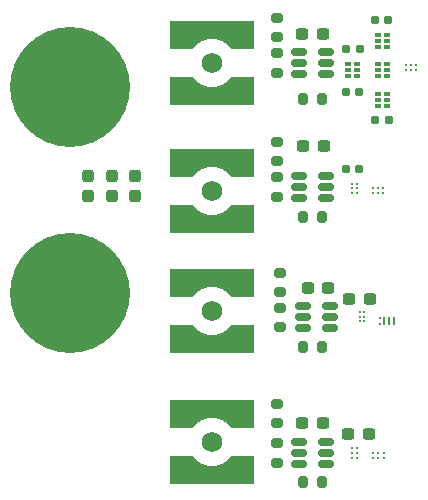
<source format=gbr>
%TF.GenerationSoftware,KiCad,Pcbnew,7.0.7*%
%TF.CreationDate,2024-02-20T11:11:12-08:00*%
%TF.ProjectId,GD_test,47445f74-6573-4742-9e6b-696361645f70,rev?*%
%TF.SameCoordinates,Original*%
%TF.FileFunction,Soldermask,Top*%
%TF.FilePolarity,Negative*%
%FSLAX46Y46*%
G04 Gerber Fmt 4.6, Leading zero omitted, Abs format (unit mm)*
G04 Created by KiCad (PCBNEW 7.0.7) date 2024-02-20 11:11:12*
%MOMM*%
%LPD*%
G01*
G04 APERTURE LIST*
G04 Aperture macros list*
%AMRoundRect*
0 Rectangle with rounded corners*
0 $1 Rounding radius*
0 $2 $3 $4 $5 $6 $7 $8 $9 X,Y pos of 4 corners*
0 Add a 4 corners polygon primitive as box body*
4,1,4,$2,$3,$4,$5,$6,$7,$8,$9,$2,$3,0*
0 Add four circle primitives for the rounded corners*
1,1,$1+$1,$2,$3*
1,1,$1+$1,$4,$5*
1,1,$1+$1,$6,$7*
1,1,$1+$1,$8,$9*
0 Add four rect primitives between the rounded corners*
20,1,$1+$1,$2,$3,$4,$5,0*
20,1,$1+$1,$4,$5,$6,$7,0*
20,1,$1+$1,$6,$7,$8,$9,0*
20,1,$1+$1,$8,$9,$2,$3,0*%
%AMFreePoly0*
4,1,25,-1.500000,1.420000,-1.360000,1.280000,-1.205000,1.155000,-1.035000,1.045000,-0.860000,0.950000,-0.675000,0.875000,-0.480000,0.820000,-0.280000,0.780000,-0.085000,0.765000,0.085000,0.765000,0.280000,0.780000,0.480000,0.820000,0.675000,0.875000,0.860000,0.950000,1.035000,1.045000,1.205000,1.155000,1.360000,1.280000,1.500000,1.420000,1.645000,1.595000,3.555000,1.595000,
3.555000,-0.755000,-3.555000,-0.755000,-3.555000,1.595000,-1.645000,1.595000,-1.500000,1.420000,-1.500000,1.420000,$1*%
G04 Aperture macros list end*
%ADD10R,0.520000X0.300000*%
%ADD11RoundRect,0.155000X0.212500X0.155000X-0.212500X0.155000X-0.212500X-0.155000X0.212500X-0.155000X0*%
%ADD12RoundRect,0.237500X-0.300000X-0.237500X0.300000X-0.237500X0.300000X0.237500X-0.300000X0.237500X0*%
%ADD13RoundRect,0.155000X-0.212500X-0.155000X0.212500X-0.155000X0.212500X0.155000X-0.212500X0.155000X0*%
%ADD14RoundRect,0.237500X-0.237500X0.300000X-0.237500X-0.300000X0.237500X-0.300000X0.237500X0.300000X0*%
%ADD15O,0.180000X0.310000*%
%ADD16O,0.180000X0.817000*%
%ADD17C,0.250000*%
%ADD18RoundRect,0.200000X0.275000X-0.200000X0.275000X0.200000X-0.275000X0.200000X-0.275000X-0.200000X0*%
%ADD19RoundRect,0.200000X0.200000X0.275000X-0.200000X0.275000X-0.200000X-0.275000X0.200000X-0.275000X0*%
%ADD20C,10.160000*%
%ADD21C,1.730000*%
%ADD22FreePoly0,180.000000*%
%ADD23FreePoly0,0.000000*%
%ADD24C,0.230000*%
%ADD25RoundRect,0.200000X-0.275000X0.200000X-0.275000X-0.200000X0.275000X-0.200000X0.275000X0.200000X0*%
%ADD26RoundRect,0.150000X-0.512500X-0.150000X0.512500X-0.150000X0.512500X0.150000X-0.512500X0.150000X0*%
G04 APERTURE END LIST*
D10*
%TO.C,U7*%
X137550000Y-79100000D03*
X137550000Y-79600000D03*
X137550000Y-80100000D03*
X138300000Y-80100000D03*
X138300000Y-79600000D03*
X138300000Y-79100000D03*
%TD*%
D11*
%TO.C,C17*%
X138467500Y-81350000D03*
X137332500Y-81350000D03*
%TD*%
%TO.C,C9*%
X138417500Y-72850000D03*
X137282500Y-72850000D03*
%TD*%
%TO.C,C7*%
X135967500Y-78950000D03*
X134832500Y-78950000D03*
%TD*%
D12*
%TO.C,C16*%
X131137500Y-107000000D03*
X132862500Y-107000000D03*
%TD*%
%TO.C,C15*%
X131637500Y-95500000D03*
X133362500Y-95500000D03*
%TD*%
%TO.C,C14*%
X135037500Y-107900000D03*
X136762500Y-107900000D03*
%TD*%
%TO.C,C12*%
X135137500Y-96500000D03*
X136862500Y-96500000D03*
%TD*%
%TO.C,C10*%
X131137500Y-74000000D03*
X132862500Y-74000000D03*
%TD*%
D11*
%TO.C,C8*%
X136017500Y-75300000D03*
X134882500Y-75300000D03*
%TD*%
D13*
%TO.C,C6*%
X134832500Y-85500000D03*
X135967500Y-85500000D03*
%TD*%
D12*
%TO.C,C4*%
X131225000Y-83500000D03*
X132950000Y-83500000D03*
%TD*%
D14*
%TO.C,C3*%
X112990000Y-86050000D03*
X112990000Y-87775000D03*
%TD*%
%TO.C,C2*%
X115000000Y-86050000D03*
X115000000Y-87775000D03*
%TD*%
%TO.C,C1*%
X117000000Y-86050000D03*
X117000000Y-87775000D03*
%TD*%
D10*
%TO.C,U3*%
X135750000Y-76600000D03*
X135750000Y-77100000D03*
X135750000Y-77600000D03*
X135000000Y-77600000D03*
X135000000Y-77100000D03*
X135000000Y-76600000D03*
%TD*%
%TO.C,U6*%
X137550000Y-76600000D03*
X137550000Y-77100000D03*
X137550000Y-77600000D03*
X138300000Y-77600000D03*
X138300000Y-77100000D03*
X138300000Y-76600000D03*
%TD*%
%TO.C,U5*%
X137550000Y-74100000D03*
X137550000Y-74600000D03*
X137550000Y-75100000D03*
X138300000Y-75100000D03*
X138300000Y-74600000D03*
X138300000Y-74100000D03*
%TD*%
D15*
%TO.C,Q5*%
X137700000Y-98047000D03*
X137700000Y-98554000D03*
D16*
X138100000Y-98300000D03*
X138500000Y-98300000D03*
X138900000Y-98300000D03*
%TD*%
D17*
%TO.C,U9*%
X136000000Y-97550000D03*
X136400000Y-97550000D03*
X136000000Y-97950000D03*
X136400000Y-97950000D03*
X136000000Y-98350000D03*
X136400000Y-98350000D03*
%TD*%
D18*
%TO.C,R3*%
X129000000Y-84825000D03*
X129000000Y-83175000D03*
%TD*%
D19*
%TO.C,R11*%
X132825000Y-112000000D03*
X131175000Y-112000000D03*
%TD*%
D20*
%TO.C,J6*%
X111500000Y-96000000D03*
%TD*%
D21*
%TO.C,J2*%
X123500000Y-97500000D03*
D22*
X123500000Y-94700000D03*
D23*
X123500000Y-100300000D03*
%TD*%
D19*
%TO.C,R2*%
X132825000Y-89500000D03*
X131175000Y-89500000D03*
%TD*%
D24*
%TO.C,Q1*%
X139900000Y-76650000D03*
X139900000Y-77100000D03*
X140350000Y-76650000D03*
X140350000Y-77100000D03*
X140800000Y-76650000D03*
X140800000Y-77100000D03*
%TD*%
D17*
%TO.C,U11*%
X135400000Y-109100000D03*
X135800000Y-109100000D03*
X135400000Y-109500000D03*
X135800000Y-109500000D03*
X135400000Y-109900000D03*
X135800000Y-109900000D03*
%TD*%
D18*
%TO.C,R12*%
X129000000Y-107000000D03*
X129000000Y-105350000D03*
%TD*%
D25*
%TO.C,R7*%
X129300000Y-97225000D03*
X129300000Y-98875000D03*
%TD*%
D26*
%TO.C,U2*%
X130862500Y-86050000D03*
X130862500Y-87000000D03*
X130862500Y-87950000D03*
X133137500Y-87950000D03*
X133137500Y-87000000D03*
X133137500Y-86050000D03*
%TD*%
D20*
%TO.C,J5*%
X111500000Y-78500000D03*
%TD*%
D24*
%TO.C,Q3*%
X137150000Y-109500000D03*
X137150000Y-109950000D03*
X137600000Y-109500000D03*
X137600000Y-109950000D03*
X138050000Y-109500000D03*
X138050000Y-109950000D03*
%TD*%
D18*
%TO.C,R6*%
X129000000Y-74325000D03*
X129000000Y-72675000D03*
%TD*%
D26*
%TO.C,U4*%
X130862500Y-75550000D03*
X130862500Y-76500000D03*
X130862500Y-77450000D03*
X133137500Y-77450000D03*
X133137500Y-76500000D03*
X133137500Y-75550000D03*
%TD*%
D17*
%TO.C,U1*%
X135400000Y-86700000D03*
X135800000Y-86700000D03*
X135400000Y-87100000D03*
X135800000Y-87100000D03*
X135400000Y-87500000D03*
X135800000Y-87500000D03*
%TD*%
D21*
%TO.C,J1*%
X123500000Y-87300000D03*
D22*
X123500000Y-84500000D03*
D23*
X123500000Y-90100000D03*
%TD*%
D26*
%TO.C,U8*%
X131225000Y-97050000D03*
X131225000Y-98000000D03*
X131225000Y-98950000D03*
X133500000Y-98950000D03*
X133500000Y-98000000D03*
X133500000Y-97050000D03*
%TD*%
D24*
%TO.C,Q2*%
X137100000Y-87050000D03*
X137100000Y-87500000D03*
X137550000Y-87050000D03*
X137550000Y-87500000D03*
X138000000Y-87050000D03*
X138000000Y-87500000D03*
%TD*%
D21*
%TO.C,J3*%
X123500000Y-108600000D03*
D22*
X123500000Y-105800000D03*
D23*
X123500000Y-111400000D03*
%TD*%
D26*
%TO.C,U10*%
X130862500Y-108550000D03*
X130862500Y-109500000D03*
X130862500Y-110450000D03*
X133137500Y-110450000D03*
X133137500Y-109500000D03*
X133137500Y-108550000D03*
%TD*%
D25*
%TO.C,R1*%
X129000000Y-86175000D03*
X129000000Y-87825000D03*
%TD*%
D18*
%TO.C,R9*%
X129300000Y-95875000D03*
X129300000Y-94225000D03*
%TD*%
D19*
%TO.C,R5*%
X132825000Y-79500000D03*
X131175000Y-79500000D03*
%TD*%
D25*
%TO.C,R4*%
X129000000Y-75675000D03*
X129000000Y-77325000D03*
%TD*%
%TO.C,R10*%
X129000000Y-108675000D03*
X129000000Y-110325000D03*
%TD*%
D21*
%TO.C,J4*%
X123500000Y-76500000D03*
D22*
X123500000Y-73700000D03*
D23*
X123500000Y-79300000D03*
%TD*%
D19*
%TO.C,R8*%
X132825000Y-100500000D03*
X131175000Y-100500000D03*
%TD*%
M02*

</source>
